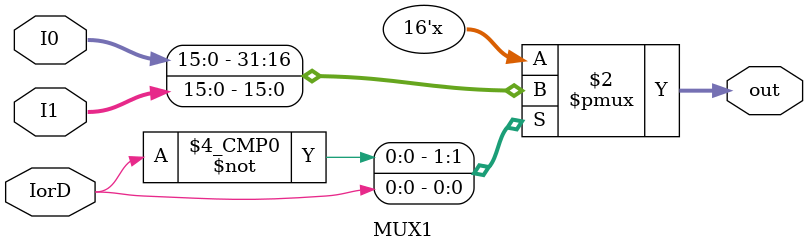
<source format=v>
`timescale 1ns/1ns
module MUX1(input [15:0] I0,I1 ,input IorD , output reg [15:0] out);

always@(I0,I1,IorD) begin
	case(IorD)
		0: out <= I0;
		1: out <= I1;
	endcase
end
endmodule

</source>
